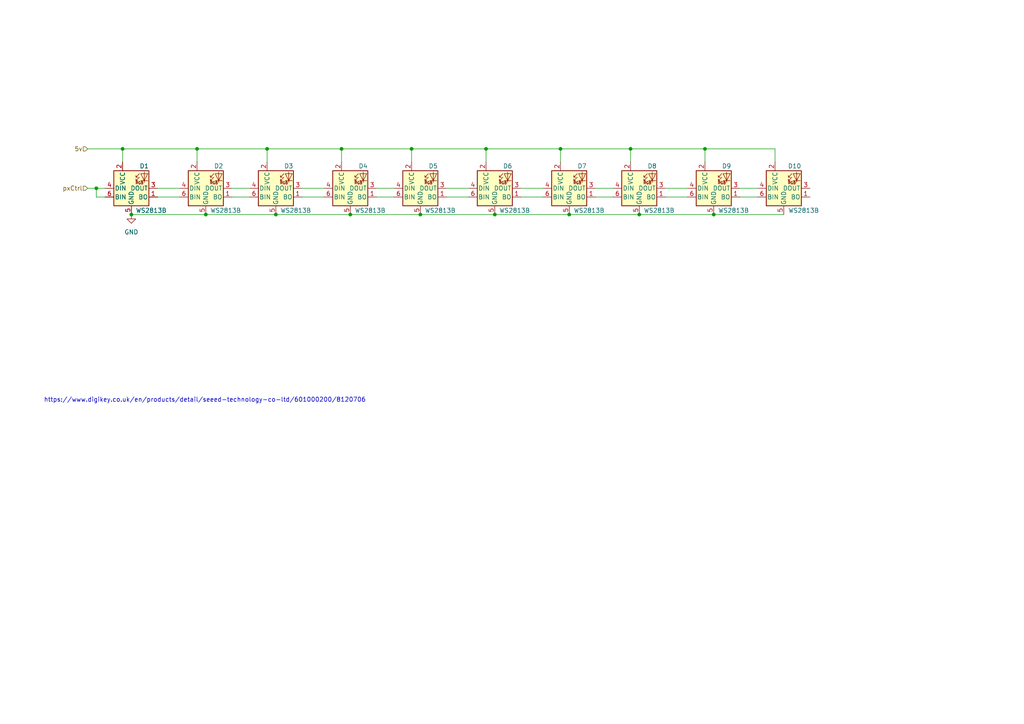
<source format=kicad_sch>
(kicad_sch (version 20211123) (generator eeschema)
  (paper "A4")
  (lib_symbols
    (symbol "WS2813B_1" (pin_names (offset 0.254))
      (property "Reference" "D" (at 5.08 5.715 0))
      (property "Value" "WS2813B_1" (at 1.27 -5.715 0))
      (symbol "WS2813B_1_0_0"
        (text "RGB" (at 2.3431 1.5678 0) (effects (font (size 0.762 0.762))))
      )
      (symbol "WS2813B_1_0_1"
        (polyline (pts (xy 1.3659 2.1954) (xy 1.8739 2.1954)))
        (polyline (pts (xy 1.3659 3.2114) (xy 1.8739 3.2114)))
        (polyline (pts (xy 4.7561 2.2028) (xy 2.7241 2.2028)))
        (polyline (pts (xy 2.3431 3.2188) (xy 1.3271 2.2028) (xy 1.3271 2.7108)))
        (polyline (pts (xy 2.3431 4.2348) (xy 1.3271 3.2188) (xy 1.3271 3.7268)))
        (polyline (pts (xy 3.7401 4.7428) (xy 3.7401 2.2028) (xy 3.7401 1.6948)))
        (polyline (pts (xy 4.7561 4.2348) (xy 2.7241 4.2348) (xy 3.7401 2.2028) (xy 4.7561 4.2348)))
        (rectangle (start 5.08 5.08) (end -5.08 -5.08) (stroke (width 0.254)) (fill (type background)))
      )
      (symbol "WS2813B_1_1_1"
        (pin output line (at 7.62 -2.54 180) (length 2.54) (name "BO") (number "1"))
        (pin power_in line (at -2.54 7.62 270) (length 2.54) (name "VCC") (number "2"))
        (pin output line (at 7.62 0 180) (length 2.54) (name "DOUT") (number "3"))
        (pin input line (at -7.62 0 0) (length 2.54) (name "DIN") (number "4"))
        (pin power_in line (at 0 -7.62 90) (length 2.54) (name "GND") (number "5"))
        (pin input line (at -7.62 -2.54 0) (length 2.54) (name "BIN") (number "6"))
      )
    )
    (symbol "WS2813B_10" (pin_names (offset 0.254))
      (property "Reference" "D" (at 5.08 5.715 0))
      (property "Value" "WS2813B_10" (at 1.27 -5.715 0))
      (symbol "WS2813B_10_0_0"
        (text "RGB" (at 2.3431 1.5678 0) (effects (font (size 0.762 0.762))))
      )
      (symbol "WS2813B_10_0_1"
        (polyline (pts (xy 1.3659 2.1954) (xy 1.8739 2.1954)))
        (polyline (pts (xy 1.3659 3.2114) (xy 1.8739 3.2114)))
        (polyline (pts (xy 4.7561 2.2028) (xy 2.7241 2.2028)))
        (polyline (pts (xy 2.3431 3.2188) (xy 1.3271 2.2028) (xy 1.3271 2.7108)))
        (polyline (pts (xy 2.3431 4.2348) (xy 1.3271 3.2188) (xy 1.3271 3.7268)))
        (polyline (pts (xy 3.7401 4.7428) (xy 3.7401 2.2028) (xy 3.7401 1.6948)))
        (polyline (pts (xy 4.7561 4.2348) (xy 2.7241 4.2348) (xy 3.7401 2.2028) (xy 4.7561 4.2348)))
        (rectangle (start 5.08 5.08) (end -5.08 -5.08) (stroke (width 0.254)) (fill (type background)))
      )
      (symbol "WS2813B_10_1_1"
        (pin output line (at 7.62 -2.54 180) (length 2.54) (name "BO") (number "1"))
        (pin power_in line (at -2.54 7.62 270) (length 2.54) (name "VCC") (number "2"))
        (pin output line (at 7.62 0 180) (length 2.54) (name "DOUT") (number "3"))
        (pin input line (at -7.62 0 0) (length 2.54) (name "DIN") (number "4"))
        (pin power_in line (at 0 -7.62 90) (length 2.54) (name "GND") (number "5"))
        (pin input line (at -7.62 -2.54 0) (length 2.54) (name "BIN") (number "6"))
      )
    )
    (symbol "WS2813B_11" (pin_names (offset 0.254))
      (property "Reference" "D" (at 5.08 5.715 0))
      (property "Value" "WS2813B_11" (at 1.27 -5.715 0))
      (symbol "WS2813B_11_0_0"
        (text "RGB" (at 2.3431 1.5678 0) (effects (font (size 0.762 0.762))))
      )
      (symbol "WS2813B_11_0_1"
        (polyline (pts (xy 1.3659 2.1954) (xy 1.8739 2.1954)))
        (polyline (pts (xy 1.3659 3.2114) (xy 1.8739 3.2114)))
        (polyline (pts (xy 4.7561 2.2028) (xy 2.7241 2.2028)))
        (polyline (pts (xy 2.3431 3.2188) (xy 1.3271 2.2028) (xy 1.3271 2.7108)))
        (polyline (pts (xy 2.3431 4.2348) (xy 1.3271 3.2188) (xy 1.3271 3.7268)))
        (polyline (pts (xy 3.7401 4.7428) (xy 3.7401 2.2028) (xy 3.7401 1.6948)))
        (polyline (pts (xy 4.7561 4.2348) (xy 2.7241 4.2348) (xy 3.7401 2.2028) (xy 4.7561 4.2348)))
        (rectangle (start 5.08 5.08) (end -5.08 -5.08) (stroke (width 0.254)) (fill (type background)))
      )
      (symbol "WS2813B_11_1_1"
        (pin output line (at 7.62 -2.54 180) (length 2.54) (name "BO") (number "1"))
        (pin power_in line (at -2.54 7.62 270) (length 2.54) (name "VCC") (number "2"))
        (pin output line (at 7.62 0 180) (length 2.54) (name "DOUT") (number "3"))
        (pin input line (at -7.62 0 0) (length 2.54) (name "DIN") (number "4"))
        (pin power_in line (at 0 -7.62 90) (length 2.54) (name "GND") (number "5"))
        (pin input line (at -7.62 -2.54 0) (length 2.54) (name "BIN") (number "6"))
      )
    )
    (symbol "WS2813B_2" (pin_names (offset 0.254))
      (property "Reference" "D" (at 5.08 5.715 0))
      (property "Value" "WS2813B_2" (at 1.27 -5.715 0))
      (symbol "WS2813B_2_0_0"
        (text "RGB" (at 2.3431 1.5678 0) (effects (font (size 0.762 0.762))))
      )
      (symbol "WS2813B_2_0_1"
        (polyline (pts (xy 1.3659 2.1954) (xy 1.8739 2.1954)))
        (polyline (pts (xy 1.3659 3.2114) (xy 1.8739 3.2114)))
        (polyline (pts (xy 4.7561 2.2028) (xy 2.7241 2.2028)))
        (polyline (pts (xy 2.3431 3.2188) (xy 1.3271 2.2028) (xy 1.3271 2.7108)))
        (polyline (pts (xy 2.3431 4.2348) (xy 1.3271 3.2188) (xy 1.3271 3.7268)))
        (polyline (pts (xy 3.7401 4.7428) (xy 3.7401 2.2028) (xy 3.7401 1.6948)))
        (polyline (pts (xy 4.7561 4.2348) (xy 2.7241 4.2348) (xy 3.7401 2.2028) (xy 4.7561 4.2348)))
        (rectangle (start 5.08 5.08) (end -5.08 -5.08) (stroke (width 0.254)) (fill (type background)))
      )
      (symbol "WS2813B_2_1_1"
        (pin output line (at 7.62 -2.54 180) (length 2.54) (name "BO") (number "1"))
        (pin power_in line (at -2.54 7.62 270) (length 2.54) (name "VCC") (number "2"))
        (pin output line (at 7.62 0 180) (length 2.54) (name "DOUT") (number "3"))
        (pin input line (at -7.62 0 0) (length 2.54) (name "DIN") (number "4"))
        (pin power_in line (at 0 -7.62 90) (length 2.54) (name "GND") (number "5"))
        (pin input line (at -7.62 -2.54 0) (length 2.54) (name "BIN") (number "6"))
      )
    )
    (symbol "WS2813B_3" (pin_names (offset 0.254))
      (property "Reference" "D" (at 5.08 5.715 0))
      (property "Value" "WS2813B_3" (at 1.27 -5.715 0))
      (symbol "WS2813B_3_0_0"
        (text "RGB" (at 2.3431 1.5678 0) (effects (font (size 0.762 0.762))))
      )
      (symbol "WS2813B_3_0_1"
        (polyline (pts (xy 1.3659 2.1954) (xy 1.8739 2.1954)))
        (polyline (pts (xy 1.3659 3.2114) (xy 1.8739 3.2114)))
        (polyline (pts (xy 4.7561 2.2028) (xy 2.7241 2.2028)))
        (polyline (pts (xy 2.3431 3.2188) (xy 1.3271 2.2028) (xy 1.3271 2.7108)))
        (polyline (pts (xy 2.3431 4.2348) (xy 1.3271 3.2188) (xy 1.3271 3.7268)))
        (polyline (pts (xy 3.7401 4.7428) (xy 3.7401 2.2028) (xy 3.7401 1.6948)))
        (polyline (pts (xy 4.7561 4.2348) (xy 2.7241 4.2348) (xy 3.7401 2.2028) (xy 4.7561 4.2348)))
        (rectangle (start 5.08 5.08) (end -5.08 -5.08) (stroke (width 0.254)) (fill (type background)))
      )
      (symbol "WS2813B_3_1_1"
        (pin output line (at 7.62 -2.54 180) (length 2.54) (name "BO") (number "1"))
        (pin power_in line (at -2.54 7.62 270) (length 2.54) (name "VCC") (number "2"))
        (pin output line (at 7.62 0 180) (length 2.54) (name "DOUT") (number "3"))
        (pin input line (at -7.62 0 0) (length 2.54) (name "DIN") (number "4"))
        (pin power_in line (at 0 -7.62 90) (length 2.54) (name "GND") (number "5"))
        (pin input line (at -7.62 -2.54 0) (length 2.54) (name "BIN") (number "6"))
      )
    )
    (symbol "WS2813B_4" (pin_names (offset 0.254))
      (property "Reference" "D" (at 5.08 5.715 0))
      (property "Value" "WS2813B_4" (at 1.27 -5.715 0))
      (symbol "WS2813B_4_0_0"
        (text "RGB" (at 2.3431 1.5678 0) (effects (font (size 0.762 0.762))))
      )
      (symbol "WS2813B_4_0_1"
        (polyline (pts (xy 1.3659 2.1954) (xy 1.8739 2.1954)))
        (polyline (pts (xy 1.3659 3.2114) (xy 1.8739 3.2114)))
        (polyline (pts (xy 4.7561 2.2028) (xy 2.7241 2.2028)))
        (polyline (pts (xy 2.3431 3.2188) (xy 1.3271 2.2028) (xy 1.3271 2.7108)))
        (polyline (pts (xy 2.3431 4.2348) (xy 1.3271 3.2188) (xy 1.3271 3.7268)))
        (polyline (pts (xy 3.7401 4.7428) (xy 3.7401 2.2028) (xy 3.7401 1.6948)))
        (polyline (pts (xy 4.7561 4.2348) (xy 2.7241 4.2348) (xy 3.7401 2.2028) (xy 4.7561 4.2348)))
        (rectangle (start 5.08 5.08) (end -5.08 -5.08) (stroke (width 0.254)) (fill (type background)))
      )
      (symbol "WS2813B_4_1_1"
        (pin output line (at 7.62 -2.54 180) (length 2.54) (name "BO") (number "1"))
        (pin power_in line (at -2.54 7.62 270) (length 2.54) (name "VCC") (number "2"))
        (pin output line (at 7.62 0 180) (length 2.54) (name "DOUT") (number "3"))
        (pin input line (at -7.62 0 0) (length 2.54) (name "DIN") (number "4"))
        (pin power_in line (at 0 -7.62 90) (length 2.54) (name "GND") (number "5"))
        (pin input line (at -7.62 -2.54 0) (length 2.54) (name "BIN") (number "6"))
      )
    )
    (symbol "WS2813B_5" (pin_names (offset 0.254))
      (property "Reference" "D" (at 5.08 5.715 0))
      (property "Value" "WS2813B_5" (at 1.27 -5.715 0))
      (symbol "WS2813B_5_0_0"
        (text "RGB" (at 2.3431 1.5678 0) (effects (font (size 0.762 0.762))))
      )
      (symbol "WS2813B_5_0_1"
        (polyline (pts (xy 1.3659 2.1954) (xy 1.8739 2.1954)))
        (polyline (pts (xy 1.3659 3.2114) (xy 1.8739 3.2114)))
        (polyline (pts (xy 4.7561 2.2028) (xy 2.7241 2.2028)))
        (polyline (pts (xy 2.3431 3.2188) (xy 1.3271 2.2028) (xy 1.3271 2.7108)))
        (polyline (pts (xy 2.3431 4.2348) (xy 1.3271 3.2188) (xy 1.3271 3.7268)))
        (polyline (pts (xy 3.7401 4.7428) (xy 3.7401 2.2028) (xy 3.7401 1.6948)))
        (polyline (pts (xy 4.7561 4.2348) (xy 2.7241 4.2348) (xy 3.7401 2.2028) (xy 4.7561 4.2348)))
        (rectangle (start 5.08 5.08) (end -5.08 -5.08) (stroke (width 0.254)) (fill (type background)))
      )
      (symbol "WS2813B_5_1_1"
        (pin output line (at 7.62 -2.54 180) (length 2.54) (name "BO") (number "1"))
        (pin power_in line (at -2.54 7.62 270) (length 2.54) (name "VCC") (number "2"))
        (pin output line (at 7.62 0 180) (length 2.54) (name "DOUT") (number "3"))
        (pin input line (at -7.62 0 0) (length 2.54) (name "DIN") (number "4"))
        (pin power_in line (at 0 -7.62 90) (length 2.54) (name "GND") (number "5"))
        (pin input line (at -7.62 -2.54 0) (length 2.54) (name "BIN") (number "6"))
      )
    )
    (symbol "WS2813B_6" (pin_names (offset 0.254))
      (property "Reference" "D" (at 5.08 5.715 0))
      (property "Value" "WS2813B_6" (at 1.27 -5.715 0))
      (symbol "WS2813B_6_0_0"
        (text "RGB" (at 2.3431 1.5678 0) (effects (font (size 0.762 0.762))))
      )
      (symbol "WS2813B_6_0_1"
        (polyline (pts (xy 1.3659 2.1954) (xy 1.8739 2.1954)))
        (polyline (pts (xy 1.3659 3.2114) (xy 1.8739 3.2114)))
        (polyline (pts (xy 4.7561 2.2028) (xy 2.7241 2.2028)))
        (polyline (pts (xy 2.3431 3.2188) (xy 1.3271 2.2028) (xy 1.3271 2.7108)))
        (polyline (pts (xy 2.3431 4.2348) (xy 1.3271 3.2188) (xy 1.3271 3.7268)))
        (polyline (pts (xy 3.7401 4.7428) (xy 3.7401 2.2028) (xy 3.7401 1.6948)))
        (polyline (pts (xy 4.7561 4.2348) (xy 2.7241 4.2348) (xy 3.7401 2.2028) (xy 4.7561 4.2348)))
        (rectangle (start 5.08 5.08) (end -5.08 -5.08) (stroke (width 0.254)) (fill (type background)))
      )
      (symbol "WS2813B_6_1_1"
        (pin output line (at 7.62 -2.54 180) (length 2.54) (name "BO") (number "1"))
        (pin power_in line (at -2.54 7.62 270) (length 2.54) (name "VCC") (number "2"))
        (pin output line (at 7.62 0 180) (length 2.54) (name "DOUT") (number "3"))
        (pin input line (at -7.62 0 0) (length 2.54) (name "DIN") (number "4"))
        (pin power_in line (at 0 -7.62 90) (length 2.54) (name "GND") (number "5"))
        (pin input line (at -7.62 -2.54 0) (length 2.54) (name "BIN") (number "6"))
      )
    )
    (symbol "WS2813B_9" (pin_names (offset 0.254))
      (property "Reference" "D" (at 5.08 5.715 0))
      (property "Value" "WS2813B_9" (at 1.27 -5.715 0))
      (symbol "WS2813B_9_0_0"
        (text "RGB" (at 2.3431 1.5678 0) (effects (font (size 0.762 0.762))))
      )
      (symbol "WS2813B_9_0_1"
        (polyline (pts (xy 1.3659 2.1954) (xy 1.8739 2.1954)))
        (polyline (pts (xy 1.3659 3.2114) (xy 1.8739 3.2114)))
        (polyline (pts (xy 4.7561 2.2028) (xy 2.7241 2.2028)))
        (polyline (pts (xy 2.3431 3.2188) (xy 1.3271 2.2028) (xy 1.3271 2.7108)))
        (polyline (pts (xy 2.3431 4.2348) (xy 1.3271 3.2188) (xy 1.3271 3.7268)))
        (polyline (pts (xy 3.7401 4.7428) (xy 3.7401 2.2028) (xy 3.7401 1.6948)))
        (polyline (pts (xy 4.7561 4.2348) (xy 2.7241 4.2348) (xy 3.7401 2.2028) (xy 4.7561 4.2348)))
        (rectangle (start 5.08 5.08) (end -5.08 -5.08) (stroke (width 0.254)) (fill (type background)))
      )
      (symbol "WS2813B_9_1_1"
        (pin output line (at 7.62 -2.54 180) (length 2.54) (name "BO") (number "1"))
        (pin power_in line (at -2.54 7.62 270) (length 2.54) (name "VCC") (number "2"))
        (pin output line (at 7.62 0 180) (length 2.54) (name "DOUT") (number "3"))
        (pin input line (at -7.62 0 0) (length 2.54) (name "DIN") (number "4"))
        (pin power_in line (at 0 -7.62 90) (length 2.54) (name "GND") (number "5"))
        (pin input line (at -7.62 -2.54 0) (length 2.54) (name "BIN") (number "6"))
      )
    )
    (symbol "power:GND" (power) (pin_names (offset 0))
      (property "Value" "GND" (at 0 -3.81 0))
      (symbol "GND_0_1"
        (polyline (pts (xy 0 0) (xy 0 -1.27) (xy 1.27 -1.27) (xy 0 -2.54) (xy -1.27 -1.27) (xy 0 -1.27)))
      )
      (symbol "GND_1_1"
        (pin power_in line (at 0 0 270) (length 0) hide (name "GND") (number "1"))
      )
    )
    (symbol "pumpkin syms:WS2813B" (pin_names (offset 0.254))
      (property "Reference" "D" (at 5.08 5.715 0))
      (property "Value" "WS2813B" (at 1.27 -5.715 0))
      (symbol "WS2813B_0_0"
        (text "RGB" (at 2.3431 1.5678 0) (effects (font (size 0.762 0.762))))
      )
      (symbol "WS2813B_0_1"
        (polyline (pts (xy 1.3659 2.1954) (xy 1.8739 2.1954)))
        (polyline (pts (xy 1.3659 3.2114) (xy 1.8739 3.2114)))
        (polyline (pts (xy 4.7561 2.2028) (xy 2.7241 2.2028)))
        (polyline (pts (xy 2.3431 3.2188) (xy 1.3271 2.2028) (xy 1.3271 2.7108)))
        (polyline (pts (xy 2.3431 4.2348) (xy 1.3271 3.2188) (xy 1.3271 3.7268)))
        (polyline (pts (xy 3.7401 4.7428) (xy 3.7401 2.2028) (xy 3.7401 1.6948)))
        (polyline (pts (xy 4.7561 4.2348) (xy 2.7241 4.2348) (xy 3.7401 2.2028) (xy 4.7561 4.2348)))
        (rectangle (start 5.08 5.08) (end -5.08 -5.08) (stroke (width 0.254)) (fill (type background)))
      )
      (symbol "WS2813B_1_1"
        (pin output line (at 7.62 -2.54 180) (length 2.54) (name "BO") (number "1"))
        (pin power_in line (at -2.54 7.62 270) (length 2.54) (name "VCC") (number "2"))
        (pin output line (at 7.62 0 180) (length 2.54) (name "DOUT") (number "3"))
        (pin input line (at -7.62 0 0) (length 2.54) (name "DIN") (number "4"))
        (pin power_in line (at 0 -7.62 90) (length 2.54) (name "GND") (number "5"))
        (pin input line (at -7.62 -2.54 0) (length 2.54) (name "BIN") (number "6"))
      )
    )
  )
  (junction (at 182.88 43.18))
  (junction (at 162.56 43.18))
  (junction (at 38.1 62.23))
  (junction (at 77.47 43.18))
  (junction (at 80.01 62.23))
  (junction (at 204.47 43.18))
  (junction (at 140.97 43.18))
  (junction (at 27.94 54.61))
  (junction (at 119.38 43.18))
  (junction (at 99.06 43.18))
  (junction (at 35.56 43.18))
  (junction (at 165.1 62.23))
  (junction (at 121.92 62.23))
  (junction (at 59.69 62.23))
  (junction (at 101.6 62.23))
  (junction (at 207.01 62.23))
  (junction (at 185.42 62.23))
  (junction (at 57.15 43.18))
  (junction (at 143.51 62.23))
  (wire (pts (xy 129.54 57.15) (xy 135.89 57.15)))
  (wire (pts (xy 121.92 62.23) (xy 143.51 62.23)))
  (wire (pts (xy 109.22 57.15) (xy 114.3 57.15)))
  (wire (pts (xy 165.1 62.23) (xy 185.42 62.23)))
  (wire (pts (xy 87.63 54.61) (xy 93.98 54.61)))
  (wire (pts (xy 129.54 54.61) (xy 135.89 54.61)))
  (wire (pts (xy 109.22 54.61) (xy 114.3 54.61)))
  (wire (pts (xy 224.79 43.18) (xy 204.47 43.18)))
  (wire (pts (xy 193.04 54.61) (xy 199.39 54.61)))
  (wire (pts (xy 140.97 46.99) (xy 140.97 43.18)))
  (wire (pts (xy 214.63 54.61) (xy 219.71 54.61)))
  (wire (pts (xy 57.15 43.18) (xy 77.47 43.18)))
  (wire (pts (xy 99.06 43.18) (xy 119.38 43.18)))
  (wire (pts (xy 140.97 43.18) (xy 162.56 43.18)))
  (wire (pts (xy 27.94 54.61) (xy 30.48 54.61)))
  (wire (pts (xy 77.47 43.18) (xy 99.06 43.18)))
  (wire (pts (xy 224.79 46.99) (xy 224.79 43.18)))
  (wire (pts (xy 87.63 57.15) (xy 93.98 57.15)))
  (wire (pts (xy 162.56 46.99) (xy 162.56 43.18)))
  (wire (pts (xy 172.72 57.15) (xy 177.8 57.15)))
  (wire (pts (xy 182.88 46.99) (xy 182.88 43.18)))
  (wire (pts (xy 99.06 46.99) (xy 99.06 43.18)))
  (wire (pts (xy 25.4 43.18) (xy 35.56 43.18)))
  (wire (pts (xy 27.94 57.15) (xy 27.94 54.61)))
  (wire (pts (xy 45.72 54.61) (xy 52.07 54.61)))
  (wire (pts (xy 204.47 46.99) (xy 204.47 43.18)))
  (wire (pts (xy 182.88 43.18) (xy 162.56 43.18)))
  (wire (pts (xy 30.48 57.15) (xy 27.94 57.15)))
  (wire (pts (xy 59.69 62.23) (xy 80.01 62.23)))
  (wire (pts (xy 151.13 54.61) (xy 157.48 54.61)))
  (wire (pts (xy 185.42 62.23) (xy 207.01 62.23)))
  (wire (pts (xy 119.38 46.99) (xy 119.38 43.18)))
  (wire (pts (xy 35.56 46.99) (xy 35.56 43.18)))
  (wire (pts (xy 204.47 43.18) (xy 182.88 43.18)))
  (wire (pts (xy 77.47 46.99) (xy 77.47 43.18)))
  (wire (pts (xy 67.31 57.15) (xy 72.39 57.15)))
  (wire (pts (xy 172.72 54.61) (xy 177.8 54.61)))
  (wire (pts (xy 57.15 46.99) (xy 57.15 43.18)))
  (wire (pts (xy 143.51 62.23) (xy 165.1 62.23)))
  (wire (pts (xy 67.31 54.61) (xy 72.39 54.61)))
  (wire (pts (xy 207.01 62.23) (xy 227.33 62.23)))
  (wire (pts (xy 25.4 54.61) (xy 27.94 54.61)))
  (wire (pts (xy 57.15 43.18) (xy 35.56 43.18)))
  (wire (pts (xy 193.04 57.15) (xy 199.39 57.15)))
  (wire (pts (xy 214.63 57.15) (xy 219.71 57.15)))
  (wire (pts (xy 80.01 62.23) (xy 101.6 62.23)))
  (wire (pts (xy 101.6 62.23) (xy 121.92 62.23)))
  (wire (pts (xy 151.13 57.15) (xy 157.48 57.15)))
  (wire (pts (xy 38.1 62.23) (xy 59.69 62.23)))
  (wire (pts (xy 119.38 43.18) (xy 140.97 43.18)))
  (wire (pts (xy 45.72 57.15) (xy 52.07 57.15)))
  (text "https://www.digikey.co.uk/en/products/detail/seeed-technology-co-ltd/601000200/8120706" (at 12.7 116.84 0) (effects (font (size 1.27 1.27)) (justify left bottom)))
  (hierarchical_label "5v" (shape input) (at 25.4 43.18 180))
  (hierarchical_label "pxCtrl" (shape input) (at 25.4 54.61 180))
  (symbol (lib_name "WS2813B_10") (lib_id "pumpkin syms:WS2813B") (at 207.01 54.61 0) (unit 1)
    (property "Reference" "D9" (at 212.09 48.895 0) (effects (justify right bottom)))
    (property "Value" "WS2813B" (at 208.28 60.325 0) (effects (justify left top)))
    (property "Footprint" "Library:LED_WS2813_hand" (effects hide))
    (property "Datasheet" "https://media.digikey.com/pdf/Data%20Sheets/Seeed%20Technology/WS2813B_Ver.V5_10-20-19.pdf" (effects hide))
  )
  (symbol (lib_name "WS2813B_4") (lib_id "pumpkin syms:WS2813B") (at 101.6 54.61 0) (unit 1)
    (property "Reference" "D4" (at 106.68 48.895 0) (effects (justify right bottom)))
    (property "Value" "WS2813B" (at 102.87 60.325 0) (effects (justify left top)))
    (property "Footprint" "Library:LED_WS2813_hand" (effects hide))
    (property "Datasheet" "https://media.digikey.com/pdf/Data%20Sheets/Seeed%20Technology/WS2813B_Ver.V5_10-20-19.pdf" (effects hide))
  )
  (symbol (lib_name "WS2813B_6") (lib_id "pumpkin syms:WS2813B") (at 143.51 54.61 0) (unit 1)
    (property "Reference" "D6" (at 148.59 48.895 0) (effects (justify right bottom)))
    (property "Value" "WS2813B" (at 144.78 60.325 0) (effects (justify left top)))
    (property "Footprint" "Library:LED_WS2813_hand" (effects hide))
    (property "Datasheet" "https://media.digikey.com/pdf/Data%20Sheets/Seeed%20Technology/WS2813B_Ver.V5_10-20-19.pdf" (effects hide))
  )
  (symbol (lib_name "WS2813B_3") (lib_id "pumpkin syms:WS2813B") (at 38.1 54.61 0) (unit 1)
    (property "Reference" "D1" (at 43.18 48.895 0) (effects (justify right bottom)))
    (property "Value" "WS2813B" (at 39.37 60.325 0) (effects (justify left top)))
    (property "Footprint" "Library:LED_WS2813_hand" (effects hide))
    (property "Datasheet" "https://media.digikey.com/pdf/Data%20Sheets/Seeed%20Technology/WS2813B_Ver.V5_10-20-19.pdf" (effects hide))
  )
  (symbol (lib_name "WS2813B_2") (lib_id "pumpkin syms:WS2813B") (at 59.69 54.61 0) (unit 1)
    (property "Reference" "D2" (at 64.77 48.895 0) (effects (justify right bottom)))
    (property "Value" "WS2813B" (at 60.96 60.325 0) (effects (justify left top)))
    (property "Footprint" "Library:LED_WS2813_hand" (effects hide))
    (property "Datasheet" "https://media.digikey.com/pdf/Data%20Sheets/Seeed%20Technology/WS2813B_Ver.V5_10-20-19.pdf" (effects hide))
  )
  (symbol (lib_name "WS2813B_11") (lib_id "pumpkin syms:WS2813B") (at 185.42 54.61 0) (unit 1)
    (property "Reference" "D8" (at 190.5 48.895 0) (effects (justify right bottom)))
    (property "Value" "WS2813B" (at 186.69 60.325 0) (effects (justify left top)))
    (property "Footprint" "Library:LED_WS2813_hand" (effects hide))
    (property "Datasheet" "https://media.digikey.com/pdf/Data%20Sheets/Seeed%20Technology/WS2813B_Ver.V5_10-20-19.pdf" (effects hide))
  )
  (symbol (lib_name "WS2813B_1") (lib_id "pumpkin syms:WS2813B") (at 80.01 54.61 0) (unit 1)
    (property "Reference" "D3" (at 85.09 48.895 0) (effects (justify right bottom)))
    (property "Value" "WS2813B" (at 81.28 60.325 0) (effects (justify left top)))
    (property "Footprint" "Library:LED_WS2813_hand" (effects hide))
    (property "Datasheet" "https://media.digikey.com/pdf/Data%20Sheets/Seeed%20Technology/WS2813B_Ver.V5_10-20-19.pdf" (effects hide))
  )
  (symbol (lib_id "pumpkin syms:WS2813B") (at 165.1 54.61 0) (unit 1)
    (property "Reference" "D7" (at 170.18 48.895 0) (effects (justify right bottom)))
    (property "Value" "WS2813B" (at 166.37 60.325 0) (effects (justify left top)))
    (property "Footprint" "Library:LED_WS2813_hand" (effects hide))
    (property "Datasheet" "https://media.digikey.com/pdf/Data%20Sheets/Seeed%20Technology/WS2813B_Ver.V5_10-20-19.pdf" (effects hide))
  )
  (symbol (lib_name "WS2813B_9") (lib_id "pumpkin syms:WS2813B") (at 227.33 54.61 0) (unit 1)
    (property "Reference" "D10" (at 232.41 48.895 0) (effects (justify right bottom)))
    (property "Value" "WS2813B" (at 228.6 60.325 0) (effects (justify left top)))
    (property "Footprint" "Library:LED_WS2813_hand" (effects hide))
    (property "Datasheet" "https://media.digikey.com/pdf/Data%20Sheets/Seeed%20Technology/WS2813B_Ver.V5_10-20-19.pdf" (effects hide))
  )
  (symbol (lib_name "WS2813B_5") (lib_id "pumpkin syms:WS2813B") (at 121.92 54.61 0) (unit 1)
    (property "Reference" "D5" (at 127 48.895 0) (effects (justify right bottom)))
    (property "Value" "WS2813B" (at 123.19 60.325 0) (effects (justify left top)))
    (property "Footprint" "Library:LED_WS2813_hand" (effects hide))
    (property "Datasheet" "https://media.digikey.com/pdf/Data%20Sheets/Seeed%20Technology/WS2813B_Ver.V5_10-20-19.pdf" (effects hide))
  )
  (symbol (lib_id "power:GND") (at 38.1 62.23 0) (unit 1)
    (property "Reference" "#PWR0102" (effects hide))
    (property "Value" "GND" (at 38.1 67.31 0))
  )
)
</source>
